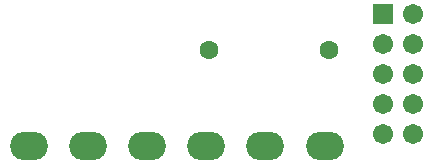
<source format=gbs>
%FSAX24Y24*%
%MOIN*%
G70*
G01*
G75*
G04 Layer_Color=16711935*
%ADD10R,0.0630X0.0709*%
%ADD11C,0.0100*%
%ADD12O,0.1181X0.0866*%
%ADD13C,0.0551*%
%ADD14C,0.0591*%
%ADD15R,0.0591X0.0591*%
%ADD16C,0.0079*%
%ADD17R,0.1142X0.1102*%
%ADD18R,0.3400X0.0800*%
%ADD19R,0.0710X0.0789*%
%ADD20O,0.1261X0.0946*%
%ADD21C,0.0631*%
%ADD22C,0.0671*%
%ADD23R,0.0671X0.0671*%
D20*
X011043Y001000D02*
D03*
X009074D02*
D03*
X007106D02*
D03*
X005137D02*
D03*
X003169D02*
D03*
X001200D02*
D03*
D21*
X011200Y004200D02*
D03*
X007200D02*
D03*
D22*
X014000Y001400D02*
D03*
X013000D02*
D03*
X014000Y002400D02*
D03*
X013000D02*
D03*
X014000Y003400D02*
D03*
X013000D02*
D03*
X014000Y004400D02*
D03*
X013000D02*
D03*
X014000Y005400D02*
D03*
D23*
X013000D02*
D03*
M02*

</source>
